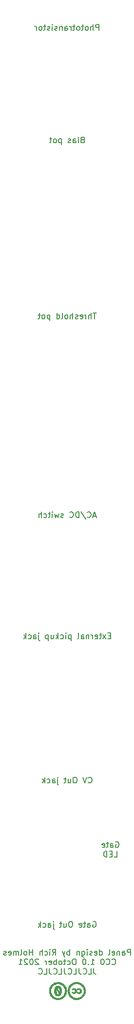
<source format=gbr>
G04 #@! TF.GenerationSoftware,KiCad,Pcbnew,5.1.10-88a1d61d58~90~ubuntu20.04.1*
G04 #@! TF.CreationDate,2021-10-02T17:31:35-04:00*
G04 #@! TF.ProjectId,irinput_panel,6972696e-7075-4745-9f70-616e656c2e6b,rev?*
G04 #@! TF.SameCoordinates,Original*
G04 #@! TF.FileFunction,Legend,Bot*
G04 #@! TF.FilePolarity,Positive*
%FSLAX46Y46*%
G04 Gerber Fmt 4.6, Leading zero omitted, Abs format (unit mm)*
G04 Created by KiCad (PCBNEW 5.1.10-88a1d61d58~90~ubuntu20.04.1) date 2021-10-02 17:31:35*
%MOMM*%
%LPD*%
G01*
G04 APERTURE LIST*
%ADD10C,0.150000*%
%ADD11C,0.010000*%
G04 APERTURE END LIST*
D10*
X37004761Y-176775000D02*
X37100000Y-176727380D01*
X37242857Y-176727380D01*
X37385714Y-176775000D01*
X37480952Y-176870238D01*
X37528571Y-176965476D01*
X37576190Y-177155952D01*
X37576190Y-177298809D01*
X37528571Y-177489285D01*
X37480952Y-177584523D01*
X37385714Y-177679761D01*
X37242857Y-177727380D01*
X37147619Y-177727380D01*
X37004761Y-177679761D01*
X36957142Y-177632142D01*
X36957142Y-177298809D01*
X37147619Y-177298809D01*
X36100000Y-177727380D02*
X36100000Y-177203571D01*
X36147619Y-177108333D01*
X36242857Y-177060714D01*
X36433333Y-177060714D01*
X36528571Y-177108333D01*
X36100000Y-177679761D02*
X36195238Y-177727380D01*
X36433333Y-177727380D01*
X36528571Y-177679761D01*
X36576190Y-177584523D01*
X36576190Y-177489285D01*
X36528571Y-177394047D01*
X36433333Y-177346428D01*
X36195238Y-177346428D01*
X36100000Y-177298809D01*
X35766666Y-177060714D02*
X35385714Y-177060714D01*
X35623809Y-176727380D02*
X35623809Y-177584523D01*
X35576190Y-177679761D01*
X35480952Y-177727380D01*
X35385714Y-177727380D01*
X34671428Y-177679761D02*
X34766666Y-177727380D01*
X34957142Y-177727380D01*
X35052380Y-177679761D01*
X35100000Y-177584523D01*
X35100000Y-177203571D01*
X35052380Y-177108333D01*
X34957142Y-177060714D01*
X34766666Y-177060714D01*
X34671428Y-177108333D01*
X34623809Y-177203571D01*
X34623809Y-177298809D01*
X35100000Y-177394047D01*
X36742857Y-179377380D02*
X37219047Y-179377380D01*
X37219047Y-178377380D01*
X36409523Y-178853571D02*
X36076190Y-178853571D01*
X35933333Y-179377380D02*
X36409523Y-179377380D01*
X36409523Y-178377380D01*
X35933333Y-178377380D01*
X35504761Y-179377380D02*
X35504761Y-178377380D01*
X35266666Y-178377380D01*
X35123809Y-178425000D01*
X35028571Y-178520238D01*
X34980952Y-178615476D01*
X34933333Y-178805952D01*
X34933333Y-178948809D01*
X34980952Y-179139285D01*
X35028571Y-179234523D01*
X35123809Y-179329761D01*
X35266666Y-179377380D01*
X35504761Y-179377380D01*
X33052380Y-190600000D02*
X33147619Y-190552380D01*
X33290476Y-190552380D01*
X33433333Y-190600000D01*
X33528571Y-190695238D01*
X33576190Y-190790476D01*
X33623809Y-190980952D01*
X33623809Y-191123809D01*
X33576190Y-191314285D01*
X33528571Y-191409523D01*
X33433333Y-191504761D01*
X33290476Y-191552380D01*
X33195238Y-191552380D01*
X33052380Y-191504761D01*
X33004761Y-191457142D01*
X33004761Y-191123809D01*
X33195238Y-191123809D01*
X32147619Y-191552380D02*
X32147619Y-191028571D01*
X32195238Y-190933333D01*
X32290476Y-190885714D01*
X32480952Y-190885714D01*
X32576190Y-190933333D01*
X32147619Y-191504761D02*
X32242857Y-191552380D01*
X32480952Y-191552380D01*
X32576190Y-191504761D01*
X32623809Y-191409523D01*
X32623809Y-191314285D01*
X32576190Y-191219047D01*
X32480952Y-191171428D01*
X32242857Y-191171428D01*
X32147619Y-191123809D01*
X31814285Y-190885714D02*
X31433333Y-190885714D01*
X31671428Y-190552380D02*
X31671428Y-191409523D01*
X31623809Y-191504761D01*
X31528571Y-191552380D01*
X31433333Y-191552380D01*
X30719047Y-191504761D02*
X30814285Y-191552380D01*
X31004761Y-191552380D01*
X31100000Y-191504761D01*
X31147619Y-191409523D01*
X31147619Y-191028571D01*
X31100000Y-190933333D01*
X31004761Y-190885714D01*
X30814285Y-190885714D01*
X30719047Y-190933333D01*
X30671428Y-191028571D01*
X30671428Y-191123809D01*
X31147619Y-191219047D01*
X29290476Y-190552380D02*
X29100000Y-190552380D01*
X29004761Y-190600000D01*
X28909523Y-190695238D01*
X28861904Y-190885714D01*
X28861904Y-191219047D01*
X28909523Y-191409523D01*
X29004761Y-191504761D01*
X29100000Y-191552380D01*
X29290476Y-191552380D01*
X29385714Y-191504761D01*
X29480952Y-191409523D01*
X29528571Y-191219047D01*
X29528571Y-190885714D01*
X29480952Y-190695238D01*
X29385714Y-190600000D01*
X29290476Y-190552380D01*
X28004761Y-190885714D02*
X28004761Y-191552380D01*
X28433333Y-190885714D02*
X28433333Y-191409523D01*
X28385714Y-191504761D01*
X28290476Y-191552380D01*
X28147619Y-191552380D01*
X28052380Y-191504761D01*
X28004761Y-191457142D01*
X27671428Y-190885714D02*
X27290476Y-190885714D01*
X27528571Y-190552380D02*
X27528571Y-191409523D01*
X27480952Y-191504761D01*
X27385714Y-191552380D01*
X27290476Y-191552380D01*
X26195238Y-190885714D02*
X26195238Y-191742857D01*
X26242857Y-191838095D01*
X26338095Y-191885714D01*
X26385714Y-191885714D01*
X26195238Y-190552380D02*
X26242857Y-190600000D01*
X26195238Y-190647619D01*
X26147619Y-190600000D01*
X26195238Y-190552380D01*
X26195238Y-190647619D01*
X25290476Y-191552380D02*
X25290476Y-191028571D01*
X25338095Y-190933333D01*
X25433333Y-190885714D01*
X25623809Y-190885714D01*
X25719047Y-190933333D01*
X25290476Y-191504761D02*
X25385714Y-191552380D01*
X25623809Y-191552380D01*
X25719047Y-191504761D01*
X25766666Y-191409523D01*
X25766666Y-191314285D01*
X25719047Y-191219047D01*
X25623809Y-191171428D01*
X25385714Y-191171428D01*
X25290476Y-191123809D01*
X24385714Y-191504761D02*
X24480952Y-191552380D01*
X24671428Y-191552380D01*
X24766666Y-191504761D01*
X24814285Y-191457142D01*
X24861904Y-191361904D01*
X24861904Y-191076190D01*
X24814285Y-190980952D01*
X24766666Y-190933333D01*
X24671428Y-190885714D01*
X24480952Y-190885714D01*
X24385714Y-190933333D01*
X23957142Y-191552380D02*
X23957142Y-190552380D01*
X23861904Y-191171428D02*
X23576190Y-191552380D01*
X23576190Y-190885714D02*
X23957142Y-191266666D01*
X32266666Y-166457142D02*
X32314285Y-166504761D01*
X32457142Y-166552380D01*
X32552380Y-166552380D01*
X32695238Y-166504761D01*
X32790476Y-166409523D01*
X32838095Y-166314285D01*
X32885714Y-166123809D01*
X32885714Y-165980952D01*
X32838095Y-165790476D01*
X32790476Y-165695238D01*
X32695238Y-165600000D01*
X32552380Y-165552380D01*
X32457142Y-165552380D01*
X32314285Y-165600000D01*
X32266666Y-165647619D01*
X31980952Y-165552380D02*
X31647619Y-166552380D01*
X31314285Y-165552380D01*
X30028571Y-165552380D02*
X29838095Y-165552380D01*
X29742857Y-165600000D01*
X29647619Y-165695238D01*
X29600000Y-165885714D01*
X29600000Y-166219047D01*
X29647619Y-166409523D01*
X29742857Y-166504761D01*
X29838095Y-166552380D01*
X30028571Y-166552380D01*
X30123809Y-166504761D01*
X30219047Y-166409523D01*
X30266666Y-166219047D01*
X30266666Y-165885714D01*
X30219047Y-165695238D01*
X30123809Y-165600000D01*
X30028571Y-165552380D01*
X28742857Y-165885714D02*
X28742857Y-166552380D01*
X29171428Y-165885714D02*
X29171428Y-166409523D01*
X29123809Y-166504761D01*
X29028571Y-166552380D01*
X28885714Y-166552380D01*
X28790476Y-166504761D01*
X28742857Y-166457142D01*
X28409523Y-165885714D02*
X28028571Y-165885714D01*
X28266666Y-165552380D02*
X28266666Y-166409523D01*
X28219047Y-166504761D01*
X28123809Y-166552380D01*
X28028571Y-166552380D01*
X26933333Y-165885714D02*
X26933333Y-166742857D01*
X26980952Y-166838095D01*
X27076190Y-166885714D01*
X27123809Y-166885714D01*
X26933333Y-165552380D02*
X26980952Y-165600000D01*
X26933333Y-165647619D01*
X26885714Y-165600000D01*
X26933333Y-165552380D01*
X26933333Y-165647619D01*
X26028571Y-166552380D02*
X26028571Y-166028571D01*
X26076190Y-165933333D01*
X26171428Y-165885714D01*
X26361904Y-165885714D01*
X26457142Y-165933333D01*
X26028571Y-166504761D02*
X26123809Y-166552380D01*
X26361904Y-166552380D01*
X26457142Y-166504761D01*
X26504761Y-166409523D01*
X26504761Y-166314285D01*
X26457142Y-166219047D01*
X26361904Y-166171428D01*
X26123809Y-166171428D01*
X26028571Y-166123809D01*
X25123809Y-166504761D02*
X25219047Y-166552380D01*
X25409523Y-166552380D01*
X25504761Y-166504761D01*
X25552380Y-166457142D01*
X25600000Y-166361904D01*
X25600000Y-166076190D01*
X25552380Y-165980952D01*
X25504761Y-165933333D01*
X25409523Y-165885714D01*
X25219047Y-165885714D01*
X25123809Y-165933333D01*
X24695238Y-166552380D02*
X24695238Y-165552380D01*
X24600000Y-166171428D02*
X24314285Y-166552380D01*
X24314285Y-165885714D02*
X24695238Y-166266666D01*
X36123809Y-141028571D02*
X35790476Y-141028571D01*
X35647619Y-141552380D02*
X36123809Y-141552380D01*
X36123809Y-140552380D01*
X35647619Y-140552380D01*
X35314285Y-141552380D02*
X34790476Y-140885714D01*
X35314285Y-140885714D02*
X34790476Y-141552380D01*
X34552380Y-140885714D02*
X34171428Y-140885714D01*
X34409523Y-140552380D02*
X34409523Y-141409523D01*
X34361904Y-141504761D01*
X34266666Y-141552380D01*
X34171428Y-141552380D01*
X33457142Y-141504761D02*
X33552380Y-141552380D01*
X33742857Y-141552380D01*
X33838095Y-141504761D01*
X33885714Y-141409523D01*
X33885714Y-141028571D01*
X33838095Y-140933333D01*
X33742857Y-140885714D01*
X33552380Y-140885714D01*
X33457142Y-140933333D01*
X33409523Y-141028571D01*
X33409523Y-141123809D01*
X33885714Y-141219047D01*
X32980952Y-141552380D02*
X32980952Y-140885714D01*
X32980952Y-141076190D02*
X32933333Y-140980952D01*
X32885714Y-140933333D01*
X32790476Y-140885714D01*
X32695238Y-140885714D01*
X32361904Y-140885714D02*
X32361904Y-141552380D01*
X32361904Y-140980952D02*
X32314285Y-140933333D01*
X32219047Y-140885714D01*
X32076190Y-140885714D01*
X31980952Y-140933333D01*
X31933333Y-141028571D01*
X31933333Y-141552380D01*
X31028571Y-141552380D02*
X31028571Y-141028571D01*
X31076190Y-140933333D01*
X31171428Y-140885714D01*
X31361904Y-140885714D01*
X31457142Y-140933333D01*
X31028571Y-141504761D02*
X31123809Y-141552380D01*
X31361904Y-141552380D01*
X31457142Y-141504761D01*
X31504761Y-141409523D01*
X31504761Y-141314285D01*
X31457142Y-141219047D01*
X31361904Y-141171428D01*
X31123809Y-141171428D01*
X31028571Y-141123809D01*
X30409523Y-141552380D02*
X30504761Y-141504761D01*
X30552380Y-141409523D01*
X30552380Y-140552380D01*
X29266666Y-140885714D02*
X29266666Y-141885714D01*
X29266666Y-140933333D02*
X29171428Y-140885714D01*
X28980952Y-140885714D01*
X28885714Y-140933333D01*
X28838095Y-140980952D01*
X28790476Y-141076190D01*
X28790476Y-141361904D01*
X28838095Y-141457142D01*
X28885714Y-141504761D01*
X28980952Y-141552380D01*
X29171428Y-141552380D01*
X29266666Y-141504761D01*
X28361904Y-141552380D02*
X28361904Y-140885714D01*
X28361904Y-140552380D02*
X28409523Y-140600000D01*
X28361904Y-140647619D01*
X28314285Y-140600000D01*
X28361904Y-140552380D01*
X28361904Y-140647619D01*
X27457142Y-141504761D02*
X27552380Y-141552380D01*
X27742857Y-141552380D01*
X27838095Y-141504761D01*
X27885714Y-141457142D01*
X27933333Y-141361904D01*
X27933333Y-141076190D01*
X27885714Y-140980952D01*
X27838095Y-140933333D01*
X27742857Y-140885714D01*
X27552380Y-140885714D01*
X27457142Y-140933333D01*
X27028571Y-141552380D02*
X27028571Y-140552380D01*
X26933333Y-141171428D02*
X26647619Y-141552380D01*
X26647619Y-140885714D02*
X27028571Y-141266666D01*
X25790476Y-140885714D02*
X25790476Y-141552380D01*
X26219047Y-140885714D02*
X26219047Y-141409523D01*
X26171428Y-141504761D01*
X26076190Y-141552380D01*
X25933333Y-141552380D01*
X25838095Y-141504761D01*
X25790476Y-141457142D01*
X25314285Y-140885714D02*
X25314285Y-141885714D01*
X25314285Y-140933333D02*
X25219047Y-140885714D01*
X25028571Y-140885714D01*
X24933333Y-140933333D01*
X24885714Y-140980952D01*
X24838095Y-141076190D01*
X24838095Y-141361904D01*
X24885714Y-141457142D01*
X24933333Y-141504761D01*
X25028571Y-141552380D01*
X25219047Y-141552380D01*
X25314285Y-141504761D01*
X23647619Y-140885714D02*
X23647619Y-141742857D01*
X23695238Y-141838095D01*
X23790476Y-141885714D01*
X23838095Y-141885714D01*
X23647619Y-140552380D02*
X23695238Y-140600000D01*
X23647619Y-140647619D01*
X23600000Y-140600000D01*
X23647619Y-140552380D01*
X23647619Y-140647619D01*
X22742857Y-141552380D02*
X22742857Y-141028571D01*
X22790476Y-140933333D01*
X22885714Y-140885714D01*
X23076190Y-140885714D01*
X23171428Y-140933333D01*
X22742857Y-141504761D02*
X22838095Y-141552380D01*
X23076190Y-141552380D01*
X23171428Y-141504761D01*
X23219047Y-141409523D01*
X23219047Y-141314285D01*
X23171428Y-141219047D01*
X23076190Y-141171428D01*
X22838095Y-141171428D01*
X22742857Y-141123809D01*
X21838095Y-141504761D02*
X21933333Y-141552380D01*
X22123809Y-141552380D01*
X22219047Y-141504761D01*
X22266666Y-141457142D01*
X22314285Y-141361904D01*
X22314285Y-141076190D01*
X22266666Y-140980952D01*
X22219047Y-140933333D01*
X22123809Y-140885714D01*
X21933333Y-140885714D01*
X21838095Y-140933333D01*
X21409523Y-141552380D02*
X21409523Y-140552380D01*
X21314285Y-141171428D02*
X21028571Y-141552380D01*
X21028571Y-140885714D02*
X21409523Y-141266666D01*
X33576190Y-120266666D02*
X33100000Y-120266666D01*
X33671428Y-120552380D02*
X33338095Y-119552380D01*
X33004761Y-120552380D01*
X32100000Y-120457142D02*
X32147619Y-120504761D01*
X32290476Y-120552380D01*
X32385714Y-120552380D01*
X32528571Y-120504761D01*
X32623809Y-120409523D01*
X32671428Y-120314285D01*
X32719047Y-120123809D01*
X32719047Y-119980952D01*
X32671428Y-119790476D01*
X32623809Y-119695238D01*
X32528571Y-119600000D01*
X32385714Y-119552380D01*
X32290476Y-119552380D01*
X32147619Y-119600000D01*
X32100000Y-119647619D01*
X30957142Y-119504761D02*
X31814285Y-120790476D01*
X30623809Y-120552380D02*
X30623809Y-119552380D01*
X30385714Y-119552380D01*
X30242857Y-119600000D01*
X30147619Y-119695238D01*
X30100000Y-119790476D01*
X30052380Y-119980952D01*
X30052380Y-120123809D01*
X30100000Y-120314285D01*
X30147619Y-120409523D01*
X30242857Y-120504761D01*
X30385714Y-120552380D01*
X30623809Y-120552380D01*
X29052380Y-120457142D02*
X29100000Y-120504761D01*
X29242857Y-120552380D01*
X29338095Y-120552380D01*
X29480952Y-120504761D01*
X29576190Y-120409523D01*
X29623809Y-120314285D01*
X29671428Y-120123809D01*
X29671428Y-119980952D01*
X29623809Y-119790476D01*
X29576190Y-119695238D01*
X29480952Y-119600000D01*
X29338095Y-119552380D01*
X29242857Y-119552380D01*
X29100000Y-119600000D01*
X29052380Y-119647619D01*
X27909523Y-120504761D02*
X27814285Y-120552380D01*
X27623809Y-120552380D01*
X27528571Y-120504761D01*
X27480952Y-120409523D01*
X27480952Y-120361904D01*
X27528571Y-120266666D01*
X27623809Y-120219047D01*
X27766666Y-120219047D01*
X27861904Y-120171428D01*
X27909523Y-120076190D01*
X27909523Y-120028571D01*
X27861904Y-119933333D01*
X27766666Y-119885714D01*
X27623809Y-119885714D01*
X27528571Y-119933333D01*
X27147619Y-119885714D02*
X26957142Y-120552380D01*
X26766666Y-120076190D01*
X26576190Y-120552380D01*
X26385714Y-119885714D01*
X26004761Y-120552380D02*
X26004761Y-119885714D01*
X26004761Y-119552380D02*
X26052380Y-119600000D01*
X26004761Y-119647619D01*
X25957142Y-119600000D01*
X26004761Y-119552380D01*
X26004761Y-119647619D01*
X25671428Y-119885714D02*
X25290476Y-119885714D01*
X25528571Y-119552380D02*
X25528571Y-120409523D01*
X25480952Y-120504761D01*
X25385714Y-120552380D01*
X25290476Y-120552380D01*
X24528571Y-120504761D02*
X24623809Y-120552380D01*
X24814285Y-120552380D01*
X24909523Y-120504761D01*
X24957142Y-120457142D01*
X25004761Y-120361904D01*
X25004761Y-120076190D01*
X24957142Y-119980952D01*
X24909523Y-119933333D01*
X24814285Y-119885714D01*
X24623809Y-119885714D01*
X24528571Y-119933333D01*
X24100000Y-120552380D02*
X24100000Y-119552380D01*
X23671428Y-120552380D02*
X23671428Y-120028571D01*
X23719047Y-119933333D01*
X23814285Y-119885714D01*
X23957142Y-119885714D01*
X24052380Y-119933333D01*
X24100000Y-119980952D01*
X33671428Y-85052380D02*
X33100000Y-85052380D01*
X33385714Y-86052380D02*
X33385714Y-85052380D01*
X32766666Y-86052380D02*
X32766666Y-85052380D01*
X32338095Y-86052380D02*
X32338095Y-85528571D01*
X32385714Y-85433333D01*
X32480952Y-85385714D01*
X32623809Y-85385714D01*
X32719047Y-85433333D01*
X32766666Y-85480952D01*
X31861904Y-86052380D02*
X31861904Y-85385714D01*
X31861904Y-85576190D02*
X31814285Y-85480952D01*
X31766666Y-85433333D01*
X31671428Y-85385714D01*
X31576190Y-85385714D01*
X30861904Y-86004761D02*
X30957142Y-86052380D01*
X31147619Y-86052380D01*
X31242857Y-86004761D01*
X31290476Y-85909523D01*
X31290476Y-85528571D01*
X31242857Y-85433333D01*
X31147619Y-85385714D01*
X30957142Y-85385714D01*
X30861904Y-85433333D01*
X30814285Y-85528571D01*
X30814285Y-85623809D01*
X31290476Y-85719047D01*
X30433333Y-86004761D02*
X30338095Y-86052380D01*
X30147619Y-86052380D01*
X30052380Y-86004761D01*
X30004761Y-85909523D01*
X30004761Y-85861904D01*
X30052380Y-85766666D01*
X30147619Y-85719047D01*
X30290476Y-85719047D01*
X30385714Y-85671428D01*
X30433333Y-85576190D01*
X30433333Y-85528571D01*
X30385714Y-85433333D01*
X30290476Y-85385714D01*
X30147619Y-85385714D01*
X30052380Y-85433333D01*
X29576190Y-86052380D02*
X29576190Y-85052380D01*
X29147619Y-86052380D02*
X29147619Y-85528571D01*
X29195238Y-85433333D01*
X29290476Y-85385714D01*
X29433333Y-85385714D01*
X29528571Y-85433333D01*
X29576190Y-85480952D01*
X28528571Y-86052380D02*
X28623809Y-86004761D01*
X28671428Y-85957142D01*
X28719047Y-85861904D01*
X28719047Y-85576190D01*
X28671428Y-85480952D01*
X28623809Y-85433333D01*
X28528571Y-85385714D01*
X28385714Y-85385714D01*
X28290476Y-85433333D01*
X28242857Y-85480952D01*
X28195238Y-85576190D01*
X28195238Y-85861904D01*
X28242857Y-85957142D01*
X28290476Y-86004761D01*
X28385714Y-86052380D01*
X28528571Y-86052380D01*
X27623809Y-86052380D02*
X27719047Y-86004761D01*
X27766666Y-85909523D01*
X27766666Y-85052380D01*
X26814285Y-86052380D02*
X26814285Y-85052380D01*
X26814285Y-86004761D02*
X26909523Y-86052380D01*
X27100000Y-86052380D01*
X27195238Y-86004761D01*
X27242857Y-85957142D01*
X27290476Y-85861904D01*
X27290476Y-85576190D01*
X27242857Y-85480952D01*
X27195238Y-85433333D01*
X27100000Y-85385714D01*
X26909523Y-85385714D01*
X26814285Y-85433333D01*
X25576190Y-85385714D02*
X25576190Y-86385714D01*
X25576190Y-85433333D02*
X25480952Y-85385714D01*
X25290476Y-85385714D01*
X25195238Y-85433333D01*
X25147619Y-85480952D01*
X25100000Y-85576190D01*
X25100000Y-85861904D01*
X25147619Y-85957142D01*
X25195238Y-86004761D01*
X25290476Y-86052380D01*
X25480952Y-86052380D01*
X25576190Y-86004761D01*
X24528571Y-86052380D02*
X24623809Y-86004761D01*
X24671428Y-85957142D01*
X24719047Y-85861904D01*
X24719047Y-85576190D01*
X24671428Y-85480952D01*
X24623809Y-85433333D01*
X24528571Y-85385714D01*
X24385714Y-85385714D01*
X24290476Y-85433333D01*
X24242857Y-85480952D01*
X24195238Y-85576190D01*
X24195238Y-85861904D01*
X24242857Y-85957142D01*
X24290476Y-86004761D01*
X24385714Y-86052380D01*
X24528571Y-86052380D01*
X23909523Y-85385714D02*
X23528571Y-85385714D01*
X23766666Y-85052380D02*
X23766666Y-85909523D01*
X23719047Y-86004761D01*
X23623809Y-86052380D01*
X23528571Y-86052380D01*
X31195238Y-55028571D02*
X31052380Y-55076190D01*
X31004761Y-55123809D01*
X30957142Y-55219047D01*
X30957142Y-55361904D01*
X31004761Y-55457142D01*
X31052380Y-55504761D01*
X31147619Y-55552380D01*
X31528571Y-55552380D01*
X31528571Y-54552380D01*
X31195238Y-54552380D01*
X31100000Y-54600000D01*
X31052380Y-54647619D01*
X31004761Y-54742857D01*
X31004761Y-54838095D01*
X31052380Y-54933333D01*
X31100000Y-54980952D01*
X31195238Y-55028571D01*
X31528571Y-55028571D01*
X30528571Y-55552380D02*
X30528571Y-54885714D01*
X30528571Y-54552380D02*
X30576190Y-54600000D01*
X30528571Y-54647619D01*
X30480952Y-54600000D01*
X30528571Y-54552380D01*
X30528571Y-54647619D01*
X29623809Y-55552380D02*
X29623809Y-55028571D01*
X29671428Y-54933333D01*
X29766666Y-54885714D01*
X29957142Y-54885714D01*
X30052380Y-54933333D01*
X29623809Y-55504761D02*
X29719047Y-55552380D01*
X29957142Y-55552380D01*
X30052380Y-55504761D01*
X30100000Y-55409523D01*
X30100000Y-55314285D01*
X30052380Y-55219047D01*
X29957142Y-55171428D01*
X29719047Y-55171428D01*
X29623809Y-55123809D01*
X29195238Y-55504761D02*
X29100000Y-55552380D01*
X28909523Y-55552380D01*
X28814285Y-55504761D01*
X28766666Y-55409523D01*
X28766666Y-55361904D01*
X28814285Y-55266666D01*
X28909523Y-55219047D01*
X29052380Y-55219047D01*
X29147619Y-55171428D01*
X29195238Y-55076190D01*
X29195238Y-55028571D01*
X29147619Y-54933333D01*
X29052380Y-54885714D01*
X28909523Y-54885714D01*
X28814285Y-54933333D01*
X27576190Y-54885714D02*
X27576190Y-55885714D01*
X27576190Y-54933333D02*
X27480952Y-54885714D01*
X27290476Y-54885714D01*
X27195238Y-54933333D01*
X27147619Y-54980952D01*
X27100000Y-55076190D01*
X27100000Y-55361904D01*
X27147619Y-55457142D01*
X27195238Y-55504761D01*
X27290476Y-55552380D01*
X27480952Y-55552380D01*
X27576190Y-55504761D01*
X26528571Y-55552380D02*
X26623809Y-55504761D01*
X26671428Y-55457142D01*
X26719047Y-55361904D01*
X26719047Y-55076190D01*
X26671428Y-54980952D01*
X26623809Y-54933333D01*
X26528571Y-54885714D01*
X26385714Y-54885714D01*
X26290476Y-54933333D01*
X26242857Y-54980952D01*
X26195238Y-55076190D01*
X26195238Y-55361904D01*
X26242857Y-55457142D01*
X26290476Y-55504761D01*
X26385714Y-55552380D01*
X26528571Y-55552380D01*
X25909523Y-54885714D02*
X25528571Y-54885714D01*
X25766666Y-54552380D02*
X25766666Y-55409523D01*
X25719047Y-55504761D01*
X25623809Y-55552380D01*
X25528571Y-55552380D01*
X34100000Y-36052380D02*
X34100000Y-35052380D01*
X33719047Y-35052380D01*
X33623809Y-35100000D01*
X33576190Y-35147619D01*
X33528571Y-35242857D01*
X33528571Y-35385714D01*
X33576190Y-35480952D01*
X33623809Y-35528571D01*
X33719047Y-35576190D01*
X34100000Y-35576190D01*
X33100000Y-36052380D02*
X33100000Y-35052380D01*
X32671428Y-36052380D02*
X32671428Y-35528571D01*
X32719047Y-35433333D01*
X32814285Y-35385714D01*
X32957142Y-35385714D01*
X33052380Y-35433333D01*
X33100000Y-35480952D01*
X32052380Y-36052380D02*
X32147619Y-36004761D01*
X32195238Y-35957142D01*
X32242857Y-35861904D01*
X32242857Y-35576190D01*
X32195238Y-35480952D01*
X32147619Y-35433333D01*
X32052380Y-35385714D01*
X31909523Y-35385714D01*
X31814285Y-35433333D01*
X31766666Y-35480952D01*
X31719047Y-35576190D01*
X31719047Y-35861904D01*
X31766666Y-35957142D01*
X31814285Y-36004761D01*
X31909523Y-36052380D01*
X32052380Y-36052380D01*
X31433333Y-35385714D02*
X31052380Y-35385714D01*
X31290476Y-35052380D02*
X31290476Y-35909523D01*
X31242857Y-36004761D01*
X31147619Y-36052380D01*
X31052380Y-36052380D01*
X30576190Y-36052380D02*
X30671428Y-36004761D01*
X30719047Y-35957142D01*
X30766666Y-35861904D01*
X30766666Y-35576190D01*
X30719047Y-35480952D01*
X30671428Y-35433333D01*
X30576190Y-35385714D01*
X30433333Y-35385714D01*
X30338095Y-35433333D01*
X30290476Y-35480952D01*
X30242857Y-35576190D01*
X30242857Y-35861904D01*
X30290476Y-35957142D01*
X30338095Y-36004761D01*
X30433333Y-36052380D01*
X30576190Y-36052380D01*
X29957142Y-35385714D02*
X29576190Y-35385714D01*
X29814285Y-35052380D02*
X29814285Y-35909523D01*
X29766666Y-36004761D01*
X29671428Y-36052380D01*
X29576190Y-36052380D01*
X29242857Y-36052380D02*
X29242857Y-35385714D01*
X29242857Y-35576190D02*
X29195238Y-35480952D01*
X29147619Y-35433333D01*
X29052380Y-35385714D01*
X28957142Y-35385714D01*
X28195238Y-36052380D02*
X28195238Y-35528571D01*
X28242857Y-35433333D01*
X28338095Y-35385714D01*
X28528571Y-35385714D01*
X28623809Y-35433333D01*
X28195238Y-36004761D02*
X28290476Y-36052380D01*
X28528571Y-36052380D01*
X28623809Y-36004761D01*
X28671428Y-35909523D01*
X28671428Y-35814285D01*
X28623809Y-35719047D01*
X28528571Y-35671428D01*
X28290476Y-35671428D01*
X28195238Y-35623809D01*
X27719047Y-35385714D02*
X27719047Y-36052380D01*
X27719047Y-35480952D02*
X27671428Y-35433333D01*
X27576190Y-35385714D01*
X27433333Y-35385714D01*
X27338095Y-35433333D01*
X27290476Y-35528571D01*
X27290476Y-36052380D01*
X26861904Y-36004761D02*
X26766666Y-36052380D01*
X26576190Y-36052380D01*
X26480952Y-36004761D01*
X26433333Y-35909523D01*
X26433333Y-35861904D01*
X26480952Y-35766666D01*
X26576190Y-35719047D01*
X26719047Y-35719047D01*
X26814285Y-35671428D01*
X26861904Y-35576190D01*
X26861904Y-35528571D01*
X26814285Y-35433333D01*
X26719047Y-35385714D01*
X26576190Y-35385714D01*
X26480952Y-35433333D01*
X26004761Y-36052380D02*
X26004761Y-35385714D01*
X26004761Y-35052380D02*
X26052380Y-35100000D01*
X26004761Y-35147619D01*
X25957142Y-35100000D01*
X26004761Y-35052380D01*
X26004761Y-35147619D01*
X25576190Y-36004761D02*
X25480952Y-36052380D01*
X25290476Y-36052380D01*
X25195238Y-36004761D01*
X25147619Y-35909523D01*
X25147619Y-35861904D01*
X25195238Y-35766666D01*
X25290476Y-35719047D01*
X25433333Y-35719047D01*
X25528571Y-35671428D01*
X25576190Y-35576190D01*
X25576190Y-35528571D01*
X25528571Y-35433333D01*
X25433333Y-35385714D01*
X25290476Y-35385714D01*
X25195238Y-35433333D01*
X24861904Y-35385714D02*
X24480952Y-35385714D01*
X24719047Y-35052380D02*
X24719047Y-35909523D01*
X24671428Y-36004761D01*
X24576190Y-36052380D01*
X24480952Y-36052380D01*
X24004761Y-36052380D02*
X24100000Y-36004761D01*
X24147619Y-35957142D01*
X24195238Y-35861904D01*
X24195238Y-35576190D01*
X24147619Y-35480952D01*
X24100000Y-35433333D01*
X24004761Y-35385714D01*
X23861904Y-35385714D01*
X23766666Y-35433333D01*
X23719047Y-35480952D01*
X23671428Y-35576190D01*
X23671428Y-35861904D01*
X23719047Y-35957142D01*
X23766666Y-36004761D01*
X23861904Y-36052380D01*
X24004761Y-36052380D01*
X23242857Y-36052380D02*
X23242857Y-35385714D01*
X23242857Y-35576190D02*
X23195238Y-35480952D01*
X23147619Y-35433333D01*
X23052380Y-35385714D01*
X22957142Y-35385714D01*
X39600000Y-196402380D02*
X39600000Y-195402380D01*
X39219047Y-195402380D01*
X39123809Y-195450000D01*
X39076190Y-195497619D01*
X39028571Y-195592857D01*
X39028571Y-195735714D01*
X39076190Y-195830952D01*
X39123809Y-195878571D01*
X39219047Y-195926190D01*
X39600000Y-195926190D01*
X38171428Y-196402380D02*
X38171428Y-195878571D01*
X38219047Y-195783333D01*
X38314285Y-195735714D01*
X38504761Y-195735714D01*
X38600000Y-195783333D01*
X38171428Y-196354761D02*
X38266666Y-196402380D01*
X38504761Y-196402380D01*
X38600000Y-196354761D01*
X38647619Y-196259523D01*
X38647619Y-196164285D01*
X38600000Y-196069047D01*
X38504761Y-196021428D01*
X38266666Y-196021428D01*
X38171428Y-195973809D01*
X37695238Y-195735714D02*
X37695238Y-196402380D01*
X37695238Y-195830952D02*
X37647619Y-195783333D01*
X37552380Y-195735714D01*
X37409523Y-195735714D01*
X37314285Y-195783333D01*
X37266666Y-195878571D01*
X37266666Y-196402380D01*
X36409523Y-196354761D02*
X36504761Y-196402380D01*
X36695238Y-196402380D01*
X36790476Y-196354761D01*
X36838095Y-196259523D01*
X36838095Y-195878571D01*
X36790476Y-195783333D01*
X36695238Y-195735714D01*
X36504761Y-195735714D01*
X36409523Y-195783333D01*
X36361904Y-195878571D01*
X36361904Y-195973809D01*
X36838095Y-196069047D01*
X35790476Y-196402380D02*
X35885714Y-196354761D01*
X35933333Y-196259523D01*
X35933333Y-195402380D01*
X34219047Y-196402380D02*
X34219047Y-195402380D01*
X34219047Y-196354761D02*
X34314285Y-196402380D01*
X34504761Y-196402380D01*
X34600000Y-196354761D01*
X34647619Y-196307142D01*
X34695238Y-196211904D01*
X34695238Y-195926190D01*
X34647619Y-195830952D01*
X34600000Y-195783333D01*
X34504761Y-195735714D01*
X34314285Y-195735714D01*
X34219047Y-195783333D01*
X33361904Y-196354761D02*
X33457142Y-196402380D01*
X33647619Y-196402380D01*
X33742857Y-196354761D01*
X33790476Y-196259523D01*
X33790476Y-195878571D01*
X33742857Y-195783333D01*
X33647619Y-195735714D01*
X33457142Y-195735714D01*
X33361904Y-195783333D01*
X33314285Y-195878571D01*
X33314285Y-195973809D01*
X33790476Y-196069047D01*
X32933333Y-196354761D02*
X32838095Y-196402380D01*
X32647619Y-196402380D01*
X32552380Y-196354761D01*
X32504761Y-196259523D01*
X32504761Y-196211904D01*
X32552380Y-196116666D01*
X32647619Y-196069047D01*
X32790476Y-196069047D01*
X32885714Y-196021428D01*
X32933333Y-195926190D01*
X32933333Y-195878571D01*
X32885714Y-195783333D01*
X32790476Y-195735714D01*
X32647619Y-195735714D01*
X32552380Y-195783333D01*
X32076190Y-196402380D02*
X32076190Y-195735714D01*
X32076190Y-195402380D02*
X32123809Y-195450000D01*
X32076190Y-195497619D01*
X32028571Y-195450000D01*
X32076190Y-195402380D01*
X32076190Y-195497619D01*
X31171428Y-195735714D02*
X31171428Y-196545238D01*
X31219047Y-196640476D01*
X31266666Y-196688095D01*
X31361904Y-196735714D01*
X31504761Y-196735714D01*
X31600000Y-196688095D01*
X31171428Y-196354761D02*
X31266666Y-196402380D01*
X31457142Y-196402380D01*
X31552380Y-196354761D01*
X31600000Y-196307142D01*
X31647619Y-196211904D01*
X31647619Y-195926190D01*
X31600000Y-195830952D01*
X31552380Y-195783333D01*
X31457142Y-195735714D01*
X31266666Y-195735714D01*
X31171428Y-195783333D01*
X30695238Y-195735714D02*
X30695238Y-196402380D01*
X30695238Y-195830952D02*
X30647619Y-195783333D01*
X30552380Y-195735714D01*
X30409523Y-195735714D01*
X30314285Y-195783333D01*
X30266666Y-195878571D01*
X30266666Y-196402380D01*
X29028571Y-196402380D02*
X29028571Y-195402380D01*
X29028571Y-195783333D02*
X28933333Y-195735714D01*
X28742857Y-195735714D01*
X28647619Y-195783333D01*
X28600000Y-195830952D01*
X28552380Y-195926190D01*
X28552380Y-196211904D01*
X28600000Y-196307142D01*
X28647619Y-196354761D01*
X28742857Y-196402380D01*
X28933333Y-196402380D01*
X29028571Y-196354761D01*
X28219047Y-195735714D02*
X27980952Y-196402380D01*
X27742857Y-195735714D02*
X27980952Y-196402380D01*
X28076190Y-196640476D01*
X28123809Y-196688095D01*
X28219047Y-196735714D01*
X26028571Y-196402380D02*
X26361904Y-195926190D01*
X26600000Y-196402380D02*
X26600000Y-195402380D01*
X26219047Y-195402380D01*
X26123809Y-195450000D01*
X26076190Y-195497619D01*
X26028571Y-195592857D01*
X26028571Y-195735714D01*
X26076190Y-195830952D01*
X26123809Y-195878571D01*
X26219047Y-195926190D01*
X26600000Y-195926190D01*
X25600000Y-196402380D02*
X25600000Y-195735714D01*
X25600000Y-195402380D02*
X25647619Y-195450000D01*
X25600000Y-195497619D01*
X25552380Y-195450000D01*
X25600000Y-195402380D01*
X25600000Y-195497619D01*
X24695238Y-196354761D02*
X24790476Y-196402380D01*
X24980952Y-196402380D01*
X25076190Y-196354761D01*
X25123809Y-196307142D01*
X25171428Y-196211904D01*
X25171428Y-195926190D01*
X25123809Y-195830952D01*
X25076190Y-195783333D01*
X24980952Y-195735714D01*
X24790476Y-195735714D01*
X24695238Y-195783333D01*
X24266666Y-196402380D02*
X24266666Y-195402380D01*
X23838095Y-196402380D02*
X23838095Y-195878571D01*
X23885714Y-195783333D01*
X23980952Y-195735714D01*
X24123809Y-195735714D01*
X24219047Y-195783333D01*
X24266666Y-195830952D01*
X22600000Y-196402380D02*
X22600000Y-195402380D01*
X22600000Y-195878571D02*
X22028571Y-195878571D01*
X22028571Y-196402380D02*
X22028571Y-195402380D01*
X21409523Y-196402380D02*
X21504761Y-196354761D01*
X21552380Y-196307142D01*
X21600000Y-196211904D01*
X21600000Y-195926190D01*
X21552380Y-195830952D01*
X21504761Y-195783333D01*
X21409523Y-195735714D01*
X21266666Y-195735714D01*
X21171428Y-195783333D01*
X21123809Y-195830952D01*
X21076190Y-195926190D01*
X21076190Y-196211904D01*
X21123809Y-196307142D01*
X21171428Y-196354761D01*
X21266666Y-196402380D01*
X21409523Y-196402380D01*
X20504761Y-196402380D02*
X20600000Y-196354761D01*
X20647619Y-196259523D01*
X20647619Y-195402380D01*
X20123809Y-196402380D02*
X20123809Y-195735714D01*
X20123809Y-195830952D02*
X20076190Y-195783333D01*
X19980952Y-195735714D01*
X19838095Y-195735714D01*
X19742857Y-195783333D01*
X19695238Y-195878571D01*
X19695238Y-196402380D01*
X19695238Y-195878571D02*
X19647619Y-195783333D01*
X19552380Y-195735714D01*
X19409523Y-195735714D01*
X19314285Y-195783333D01*
X19266666Y-195878571D01*
X19266666Y-196402380D01*
X18409523Y-196354761D02*
X18504761Y-196402380D01*
X18695238Y-196402380D01*
X18790476Y-196354761D01*
X18838095Y-196259523D01*
X18838095Y-195878571D01*
X18790476Y-195783333D01*
X18695238Y-195735714D01*
X18504761Y-195735714D01*
X18409523Y-195783333D01*
X18361904Y-195878571D01*
X18361904Y-195973809D01*
X18838095Y-196069047D01*
X17980952Y-196354761D02*
X17885714Y-196402380D01*
X17695238Y-196402380D01*
X17600000Y-196354761D01*
X17552380Y-196259523D01*
X17552380Y-196211904D01*
X17600000Y-196116666D01*
X17695238Y-196069047D01*
X17838095Y-196069047D01*
X17933333Y-196021428D01*
X17980952Y-195926190D01*
X17980952Y-195878571D01*
X17933333Y-195783333D01*
X17838095Y-195735714D01*
X17695238Y-195735714D01*
X17600000Y-195783333D01*
X36385714Y-197957142D02*
X36433333Y-198004761D01*
X36576190Y-198052380D01*
X36671428Y-198052380D01*
X36814285Y-198004761D01*
X36909523Y-197909523D01*
X36957142Y-197814285D01*
X37004761Y-197623809D01*
X37004761Y-197480952D01*
X36957142Y-197290476D01*
X36909523Y-197195238D01*
X36814285Y-197100000D01*
X36671428Y-197052380D01*
X36576190Y-197052380D01*
X36433333Y-197100000D01*
X36385714Y-197147619D01*
X35385714Y-197957142D02*
X35433333Y-198004761D01*
X35576190Y-198052380D01*
X35671428Y-198052380D01*
X35814285Y-198004761D01*
X35909523Y-197909523D01*
X35957142Y-197814285D01*
X36004761Y-197623809D01*
X36004761Y-197480952D01*
X35957142Y-197290476D01*
X35909523Y-197195238D01*
X35814285Y-197100000D01*
X35671428Y-197052380D01*
X35576190Y-197052380D01*
X35433333Y-197100000D01*
X35385714Y-197147619D01*
X34766666Y-197052380D02*
X34671428Y-197052380D01*
X34576190Y-197100000D01*
X34528571Y-197147619D01*
X34480952Y-197242857D01*
X34433333Y-197433333D01*
X34433333Y-197671428D01*
X34480952Y-197861904D01*
X34528571Y-197957142D01*
X34576190Y-198004761D01*
X34671428Y-198052380D01*
X34766666Y-198052380D01*
X34861904Y-198004761D01*
X34909523Y-197957142D01*
X34957142Y-197861904D01*
X35004761Y-197671428D01*
X35004761Y-197433333D01*
X34957142Y-197242857D01*
X34909523Y-197147619D01*
X34861904Y-197100000D01*
X34766666Y-197052380D01*
X32719047Y-198052380D02*
X33290476Y-198052380D01*
X33004761Y-198052380D02*
X33004761Y-197052380D01*
X33100000Y-197195238D01*
X33195238Y-197290476D01*
X33290476Y-197338095D01*
X32290476Y-197957142D02*
X32242857Y-198004761D01*
X32290476Y-198052380D01*
X32338095Y-198004761D01*
X32290476Y-197957142D01*
X32290476Y-198052380D01*
X31623809Y-197052380D02*
X31528571Y-197052380D01*
X31433333Y-197100000D01*
X31385714Y-197147619D01*
X31338095Y-197242857D01*
X31290476Y-197433333D01*
X31290476Y-197671428D01*
X31338095Y-197861904D01*
X31385714Y-197957142D01*
X31433333Y-198004761D01*
X31528571Y-198052380D01*
X31623809Y-198052380D01*
X31719047Y-198004761D01*
X31766666Y-197957142D01*
X31814285Y-197861904D01*
X31861904Y-197671428D01*
X31861904Y-197433333D01*
X31814285Y-197242857D01*
X31766666Y-197147619D01*
X31719047Y-197100000D01*
X31623809Y-197052380D01*
X29909523Y-197052380D02*
X29719047Y-197052380D01*
X29623809Y-197100000D01*
X29528571Y-197195238D01*
X29480952Y-197385714D01*
X29480952Y-197719047D01*
X29528571Y-197909523D01*
X29623809Y-198004761D01*
X29719047Y-198052380D01*
X29909523Y-198052380D01*
X30004761Y-198004761D01*
X30100000Y-197909523D01*
X30147619Y-197719047D01*
X30147619Y-197385714D01*
X30100000Y-197195238D01*
X30004761Y-197100000D01*
X29909523Y-197052380D01*
X28623809Y-198004761D02*
X28719047Y-198052380D01*
X28909523Y-198052380D01*
X29004761Y-198004761D01*
X29052380Y-197957142D01*
X29100000Y-197861904D01*
X29100000Y-197576190D01*
X29052380Y-197480952D01*
X29004761Y-197433333D01*
X28909523Y-197385714D01*
X28719047Y-197385714D01*
X28623809Y-197433333D01*
X28338095Y-197385714D02*
X27957142Y-197385714D01*
X28195238Y-197052380D02*
X28195238Y-197909523D01*
X28147619Y-198004761D01*
X28052380Y-198052380D01*
X27957142Y-198052380D01*
X27480952Y-198052380D02*
X27576190Y-198004761D01*
X27623809Y-197957142D01*
X27671428Y-197861904D01*
X27671428Y-197576190D01*
X27623809Y-197480952D01*
X27576190Y-197433333D01*
X27480952Y-197385714D01*
X27338095Y-197385714D01*
X27242857Y-197433333D01*
X27195238Y-197480952D01*
X27147619Y-197576190D01*
X27147619Y-197861904D01*
X27195238Y-197957142D01*
X27242857Y-198004761D01*
X27338095Y-198052380D01*
X27480952Y-198052380D01*
X26719047Y-198052380D02*
X26719047Y-197052380D01*
X26719047Y-197433333D02*
X26623809Y-197385714D01*
X26433333Y-197385714D01*
X26338095Y-197433333D01*
X26290476Y-197480952D01*
X26242857Y-197576190D01*
X26242857Y-197861904D01*
X26290476Y-197957142D01*
X26338095Y-198004761D01*
X26433333Y-198052380D01*
X26623809Y-198052380D01*
X26719047Y-198004761D01*
X25433333Y-198004761D02*
X25528571Y-198052380D01*
X25719047Y-198052380D01*
X25814285Y-198004761D01*
X25861904Y-197909523D01*
X25861904Y-197528571D01*
X25814285Y-197433333D01*
X25719047Y-197385714D01*
X25528571Y-197385714D01*
X25433333Y-197433333D01*
X25385714Y-197528571D01*
X25385714Y-197623809D01*
X25861904Y-197719047D01*
X24957142Y-198052380D02*
X24957142Y-197385714D01*
X24957142Y-197576190D02*
X24909523Y-197480952D01*
X24861904Y-197433333D01*
X24766666Y-197385714D01*
X24671428Y-197385714D01*
X23623809Y-197147619D02*
X23576190Y-197100000D01*
X23480952Y-197052380D01*
X23242857Y-197052380D01*
X23147619Y-197100000D01*
X23100000Y-197147619D01*
X23052380Y-197242857D01*
X23052380Y-197338095D01*
X23100000Y-197480952D01*
X23671428Y-198052380D01*
X23052380Y-198052380D01*
X22433333Y-197052380D02*
X22338095Y-197052380D01*
X22242857Y-197100000D01*
X22195238Y-197147619D01*
X22147619Y-197242857D01*
X22100000Y-197433333D01*
X22100000Y-197671428D01*
X22147619Y-197861904D01*
X22195238Y-197957142D01*
X22242857Y-198004761D01*
X22338095Y-198052380D01*
X22433333Y-198052380D01*
X22528571Y-198004761D01*
X22576190Y-197957142D01*
X22623809Y-197861904D01*
X22671428Y-197671428D01*
X22671428Y-197433333D01*
X22623809Y-197242857D01*
X22576190Y-197147619D01*
X22528571Y-197100000D01*
X22433333Y-197052380D01*
X21719047Y-197147619D02*
X21671428Y-197100000D01*
X21576190Y-197052380D01*
X21338095Y-197052380D01*
X21242857Y-197100000D01*
X21195238Y-197147619D01*
X21147619Y-197242857D01*
X21147619Y-197338095D01*
X21195238Y-197480952D01*
X21766666Y-198052380D01*
X21147619Y-198052380D01*
X20195238Y-198052380D02*
X20766666Y-198052380D01*
X20480952Y-198052380D02*
X20480952Y-197052380D01*
X20576190Y-197195238D01*
X20671428Y-197290476D01*
X20766666Y-197338095D01*
X33219047Y-198702380D02*
X33219047Y-199416666D01*
X33266666Y-199559523D01*
X33361904Y-199654761D01*
X33504761Y-199702380D01*
X33600000Y-199702380D01*
X32266666Y-199702380D02*
X32742857Y-199702380D01*
X32742857Y-198702380D01*
X31361904Y-199607142D02*
X31409523Y-199654761D01*
X31552380Y-199702380D01*
X31647619Y-199702380D01*
X31790476Y-199654761D01*
X31885714Y-199559523D01*
X31933333Y-199464285D01*
X31980952Y-199273809D01*
X31980952Y-199130952D01*
X31933333Y-198940476D01*
X31885714Y-198845238D01*
X31790476Y-198750000D01*
X31647619Y-198702380D01*
X31552380Y-198702380D01*
X31409523Y-198750000D01*
X31361904Y-198797619D01*
X30647619Y-198702380D02*
X30647619Y-199416666D01*
X30695238Y-199559523D01*
X30790476Y-199654761D01*
X30933333Y-199702380D01*
X31028571Y-199702380D01*
X29695238Y-199702380D02*
X30171428Y-199702380D01*
X30171428Y-198702380D01*
X28790476Y-199607142D02*
X28838095Y-199654761D01*
X28980952Y-199702380D01*
X29076190Y-199702380D01*
X29219047Y-199654761D01*
X29314285Y-199559523D01*
X29361904Y-199464285D01*
X29409523Y-199273809D01*
X29409523Y-199130952D01*
X29361904Y-198940476D01*
X29314285Y-198845238D01*
X29219047Y-198750000D01*
X29076190Y-198702380D01*
X28980952Y-198702380D01*
X28838095Y-198750000D01*
X28790476Y-198797619D01*
X28076190Y-198702380D02*
X28076190Y-199416666D01*
X28123809Y-199559523D01*
X28219047Y-199654761D01*
X28361904Y-199702380D01*
X28457142Y-199702380D01*
X27123809Y-199702380D02*
X27600000Y-199702380D01*
X27600000Y-198702380D01*
X26219047Y-199607142D02*
X26266666Y-199654761D01*
X26409523Y-199702380D01*
X26504761Y-199702380D01*
X26647619Y-199654761D01*
X26742857Y-199559523D01*
X26790476Y-199464285D01*
X26838095Y-199273809D01*
X26838095Y-199130952D01*
X26790476Y-198940476D01*
X26742857Y-198845238D01*
X26647619Y-198750000D01*
X26504761Y-198702380D01*
X26409523Y-198702380D01*
X26266666Y-198750000D01*
X26219047Y-198797619D01*
X25504761Y-198702380D02*
X25504761Y-199416666D01*
X25552380Y-199559523D01*
X25647619Y-199654761D01*
X25790476Y-199702380D01*
X25885714Y-199702380D01*
X24552380Y-199702380D02*
X25028571Y-199702380D01*
X25028571Y-198702380D01*
X23647619Y-199607142D02*
X23695238Y-199654761D01*
X23838095Y-199702380D01*
X23933333Y-199702380D01*
X24076190Y-199654761D01*
X24171428Y-199559523D01*
X24219047Y-199464285D01*
X24266666Y-199273809D01*
X24266666Y-199130952D01*
X24219047Y-198940476D01*
X24171428Y-198845238D01*
X24076190Y-198750000D01*
X23933333Y-198702380D01*
X23838095Y-198702380D01*
X23695238Y-198750000D01*
X23647619Y-198797619D01*
D11*
G36*
X29945762Y-201103295D02*
G01*
X29719275Y-201160725D01*
X29506042Y-201250861D01*
X29309636Y-201371823D01*
X29133628Y-201521729D01*
X28981589Y-201698696D01*
X28857089Y-201900844D01*
X28844249Y-201926541D01*
X28793712Y-202037295D01*
X28756951Y-202138132D01*
X28731999Y-202239067D01*
X28716892Y-202350114D01*
X28709665Y-202481287D01*
X28708257Y-202619538D01*
X28709141Y-202739418D01*
X28711786Y-202829550D01*
X28717274Y-202899255D01*
X28726685Y-202957855D01*
X28741101Y-203014672D01*
X28761488Y-203078692D01*
X28852320Y-203289619D01*
X28976092Y-203485212D01*
X29128345Y-203661404D01*
X29304617Y-203814128D01*
X29500450Y-203939317D01*
X29711382Y-204032904D01*
X29853751Y-204074692D01*
X29976333Y-204096312D01*
X30117661Y-204109844D01*
X30261804Y-204114540D01*
X30392831Y-204109650D01*
X30452036Y-204102835D01*
X30665147Y-204051615D01*
X30874960Y-203965903D01*
X31072932Y-203849928D01*
X31250519Y-203707922D01*
X31251575Y-203706935D01*
X31418861Y-203525473D01*
X31552401Y-203326943D01*
X31651194Y-203114250D01*
X31714239Y-202890302D01*
X31740535Y-202658003D01*
X31737084Y-202586371D01*
X31462601Y-202586371D01*
X31460389Y-202719780D01*
X31448612Y-202838052D01*
X31434995Y-202902846D01*
X31360380Y-203100843D01*
X31253427Y-203285299D01*
X31118836Y-203450554D01*
X30961307Y-203590947D01*
X30785539Y-203700816D01*
X30763640Y-203711586D01*
X30676119Y-203749895D01*
X30586608Y-203783320D01*
X30511196Y-203805990D01*
X30495231Y-203809527D01*
X30427822Y-203822939D01*
X30371304Y-203834585D01*
X30348692Y-203839505D01*
X30299174Y-203844004D01*
X30223233Y-203843264D01*
X30133045Y-203838131D01*
X30040787Y-203829448D01*
X29958637Y-203818062D01*
X29915852Y-203809472D01*
X29745852Y-203752534D01*
X29576986Y-203667240D01*
X29419642Y-203560299D01*
X29284202Y-203438415D01*
X29214407Y-203356457D01*
X29112259Y-203206814D01*
X29039983Y-203065157D01*
X28993839Y-202920154D01*
X28970085Y-202760468D01*
X28964724Y-202600000D01*
X28966764Y-202490885D01*
X28972805Y-202407322D01*
X28984761Y-202335844D01*
X29004547Y-202262980D01*
X29018866Y-202219187D01*
X29109318Y-202010739D01*
X29230477Y-201825634D01*
X29380224Y-201666010D01*
X29556439Y-201534010D01*
X29757005Y-201431773D01*
X29823114Y-201406696D01*
X29934844Y-201378184D01*
X30070736Y-201359903D01*
X30217025Y-201352684D01*
X30359944Y-201357356D01*
X30453669Y-201368657D01*
X30641649Y-201419565D01*
X30821627Y-201505315D01*
X30989038Y-201621826D01*
X31139315Y-201765015D01*
X31267892Y-201930800D01*
X31370203Y-202115098D01*
X31415676Y-202228769D01*
X31439862Y-202327521D01*
X31455631Y-202451170D01*
X31462601Y-202586371D01*
X31737084Y-202586371D01*
X31729080Y-202420259D01*
X31718648Y-202351252D01*
X31660541Y-202118286D01*
X31570059Y-201904919D01*
X31445439Y-201707891D01*
X31284913Y-201523940D01*
X31255132Y-201494885D01*
X31074249Y-201343935D01*
X30883837Y-201229231D01*
X30678478Y-201148158D01*
X30452752Y-201098104D01*
X30424219Y-201094081D01*
X30181934Y-201080453D01*
X29945762Y-201103295D01*
G37*
X29945762Y-201103295D02*
X29719275Y-201160725D01*
X29506042Y-201250861D01*
X29309636Y-201371823D01*
X29133628Y-201521729D01*
X28981589Y-201698696D01*
X28857089Y-201900844D01*
X28844249Y-201926541D01*
X28793712Y-202037295D01*
X28756951Y-202138132D01*
X28731999Y-202239067D01*
X28716892Y-202350114D01*
X28709665Y-202481287D01*
X28708257Y-202619538D01*
X28709141Y-202739418D01*
X28711786Y-202829550D01*
X28717274Y-202899255D01*
X28726685Y-202957855D01*
X28741101Y-203014672D01*
X28761488Y-203078692D01*
X28852320Y-203289619D01*
X28976092Y-203485212D01*
X29128345Y-203661404D01*
X29304617Y-203814128D01*
X29500450Y-203939317D01*
X29711382Y-204032904D01*
X29853751Y-204074692D01*
X29976333Y-204096312D01*
X30117661Y-204109844D01*
X30261804Y-204114540D01*
X30392831Y-204109650D01*
X30452036Y-204102835D01*
X30665147Y-204051615D01*
X30874960Y-203965903D01*
X31072932Y-203849928D01*
X31250519Y-203707922D01*
X31251575Y-203706935D01*
X31418861Y-203525473D01*
X31552401Y-203326943D01*
X31651194Y-203114250D01*
X31714239Y-202890302D01*
X31740535Y-202658003D01*
X31737084Y-202586371D01*
X31462601Y-202586371D01*
X31460389Y-202719780D01*
X31448612Y-202838052D01*
X31434995Y-202902846D01*
X31360380Y-203100843D01*
X31253427Y-203285299D01*
X31118836Y-203450554D01*
X30961307Y-203590947D01*
X30785539Y-203700816D01*
X30763640Y-203711586D01*
X30676119Y-203749895D01*
X30586608Y-203783320D01*
X30511196Y-203805990D01*
X30495231Y-203809527D01*
X30427822Y-203822939D01*
X30371304Y-203834585D01*
X30348692Y-203839505D01*
X30299174Y-203844004D01*
X30223233Y-203843264D01*
X30133045Y-203838131D01*
X30040787Y-203829448D01*
X29958637Y-203818062D01*
X29915852Y-203809472D01*
X29745852Y-203752534D01*
X29576986Y-203667240D01*
X29419642Y-203560299D01*
X29284202Y-203438415D01*
X29214407Y-203356457D01*
X29112259Y-203206814D01*
X29039983Y-203065157D01*
X28993839Y-202920154D01*
X28970085Y-202760468D01*
X28964724Y-202600000D01*
X28966764Y-202490885D01*
X28972805Y-202407322D01*
X28984761Y-202335844D01*
X29004547Y-202262980D01*
X29018866Y-202219187D01*
X29109318Y-202010739D01*
X29230477Y-201825634D01*
X29380224Y-201666010D01*
X29556439Y-201534010D01*
X29757005Y-201431773D01*
X29823114Y-201406696D01*
X29934844Y-201378184D01*
X30070736Y-201359903D01*
X30217025Y-201352684D01*
X30359944Y-201357356D01*
X30453669Y-201368657D01*
X30641649Y-201419565D01*
X30821627Y-201505315D01*
X30989038Y-201621826D01*
X31139315Y-201765015D01*
X31267892Y-201930800D01*
X31370203Y-202115098D01*
X31415676Y-202228769D01*
X31439862Y-202327521D01*
X31455631Y-202451170D01*
X31462601Y-202586371D01*
X31737084Y-202586371D01*
X31729080Y-202420259D01*
X31718648Y-202351252D01*
X31660541Y-202118286D01*
X31570059Y-201904919D01*
X31445439Y-201707891D01*
X31284913Y-201523940D01*
X31255132Y-201494885D01*
X31074249Y-201343935D01*
X30883837Y-201229231D01*
X30678478Y-201148158D01*
X30452752Y-201098104D01*
X30424219Y-201094081D01*
X30181934Y-201080453D01*
X29945762Y-201103295D01*
G36*
X26662551Y-201111587D02*
G01*
X26434872Y-201172319D01*
X26222761Y-201263945D01*
X26152602Y-201303708D01*
X26044068Y-201380779D01*
X25928792Y-201481493D01*
X25817359Y-201595134D01*
X25720353Y-201710982D01*
X25653888Y-201808692D01*
X25554077Y-202014999D01*
X25485850Y-202235241D01*
X25449306Y-202463459D01*
X25444543Y-202693698D01*
X25471660Y-202920000D01*
X25530753Y-203136409D01*
X25621923Y-203336967D01*
X25628497Y-203348509D01*
X25753060Y-203527855D01*
X25908404Y-203691903D01*
X26087535Y-203835367D01*
X26283462Y-203952963D01*
X26489193Y-204039403D01*
X26576363Y-204065024D01*
X26706088Y-204090687D01*
X26851603Y-204107309D01*
X26997718Y-204113928D01*
X27129245Y-204109587D01*
X27182701Y-204103333D01*
X27422036Y-204046757D01*
X27648814Y-203953934D01*
X27858665Y-203826800D01*
X27930318Y-203772122D01*
X28101565Y-203609450D01*
X28241960Y-203426151D01*
X28350979Y-203226239D01*
X28428098Y-203013730D01*
X28472791Y-202792639D01*
X28481016Y-202634606D01*
X28219198Y-202634606D01*
X28194064Y-202845751D01*
X28132679Y-203050690D01*
X28048267Y-203223249D01*
X27985076Y-203313441D01*
X27898995Y-203413314D01*
X27800572Y-203512322D01*
X27700350Y-203599920D01*
X27608876Y-203665561D01*
X27601557Y-203669958D01*
X27403936Y-203764254D01*
X27195157Y-203821992D01*
X26979243Y-203842623D01*
X26760214Y-203825598D01*
X26643253Y-203800863D01*
X26472303Y-203740458D01*
X26302582Y-203651041D01*
X26145288Y-203539843D01*
X26011618Y-203414097D01*
X25972085Y-203367478D01*
X25854299Y-203189023D01*
X25771467Y-202998686D01*
X25722905Y-202800620D01*
X25707932Y-202598975D01*
X25725863Y-202397904D01*
X25776017Y-202201558D01*
X25857710Y-202014089D01*
X25970259Y-201839647D01*
X26112983Y-201682385D01*
X26269918Y-201556741D01*
X26450595Y-201456346D01*
X26647052Y-201388856D01*
X26853455Y-201354622D01*
X27063972Y-201353993D01*
X27272769Y-201387319D01*
X27474013Y-201454950D01*
X27530339Y-201481134D01*
X27674147Y-201570458D01*
X27813615Y-201690242D01*
X27941458Y-201831978D01*
X28050390Y-201987160D01*
X28133123Y-202147282D01*
X28158456Y-202214411D01*
X28207517Y-202422433D01*
X28219198Y-202634606D01*
X28481016Y-202634606D01*
X28484536Y-202566982D01*
X28462808Y-202340772D01*
X28407082Y-202118025D01*
X28316833Y-201902756D01*
X28199584Y-201710151D01*
X28071384Y-201557078D01*
X27917123Y-201416554D01*
X27745551Y-201294696D01*
X27565418Y-201197626D01*
X27385476Y-201131460D01*
X27363914Y-201125788D01*
X27134579Y-201087219D01*
X26898289Y-201082853D01*
X26662551Y-201111587D01*
G37*
X26662551Y-201111587D02*
X26434872Y-201172319D01*
X26222761Y-201263945D01*
X26152602Y-201303708D01*
X26044068Y-201380779D01*
X25928792Y-201481493D01*
X25817359Y-201595134D01*
X25720353Y-201710982D01*
X25653888Y-201808692D01*
X25554077Y-202014999D01*
X25485850Y-202235241D01*
X25449306Y-202463459D01*
X25444543Y-202693698D01*
X25471660Y-202920000D01*
X25530753Y-203136409D01*
X25621923Y-203336967D01*
X25628497Y-203348509D01*
X25753060Y-203527855D01*
X25908404Y-203691903D01*
X26087535Y-203835367D01*
X26283462Y-203952963D01*
X26489193Y-204039403D01*
X26576363Y-204065024D01*
X26706088Y-204090687D01*
X26851603Y-204107309D01*
X26997718Y-204113928D01*
X27129245Y-204109587D01*
X27182701Y-204103333D01*
X27422036Y-204046757D01*
X27648814Y-203953934D01*
X27858665Y-203826800D01*
X27930318Y-203772122D01*
X28101565Y-203609450D01*
X28241960Y-203426151D01*
X28350979Y-203226239D01*
X28428098Y-203013730D01*
X28472791Y-202792639D01*
X28481016Y-202634606D01*
X28219198Y-202634606D01*
X28194064Y-202845751D01*
X28132679Y-203050690D01*
X28048267Y-203223249D01*
X27985076Y-203313441D01*
X27898995Y-203413314D01*
X27800572Y-203512322D01*
X27700350Y-203599920D01*
X27608876Y-203665561D01*
X27601557Y-203669958D01*
X27403936Y-203764254D01*
X27195157Y-203821992D01*
X26979243Y-203842623D01*
X26760214Y-203825598D01*
X26643253Y-203800863D01*
X26472303Y-203740458D01*
X26302582Y-203651041D01*
X26145288Y-203539843D01*
X26011618Y-203414097D01*
X25972085Y-203367478D01*
X25854299Y-203189023D01*
X25771467Y-202998686D01*
X25722905Y-202800620D01*
X25707932Y-202598975D01*
X25725863Y-202397904D01*
X25776017Y-202201558D01*
X25857710Y-202014089D01*
X25970259Y-201839647D01*
X26112983Y-201682385D01*
X26269918Y-201556741D01*
X26450595Y-201456346D01*
X26647052Y-201388856D01*
X26853455Y-201354622D01*
X27063972Y-201353993D01*
X27272769Y-201387319D01*
X27474013Y-201454950D01*
X27530339Y-201481134D01*
X27674147Y-201570458D01*
X27813615Y-201690242D01*
X27941458Y-201831978D01*
X28050390Y-201987160D01*
X28133123Y-202147282D01*
X28158456Y-202214411D01*
X28207517Y-202422433D01*
X28219198Y-202634606D01*
X28481016Y-202634606D01*
X28484536Y-202566982D01*
X28462808Y-202340772D01*
X28407082Y-202118025D01*
X28316833Y-201902756D01*
X28199584Y-201710151D01*
X28071384Y-201557078D01*
X27917123Y-201416554D01*
X27745551Y-201294696D01*
X27565418Y-201197626D01*
X27385476Y-201131460D01*
X27363914Y-201125788D01*
X27134579Y-201087219D01*
X26898289Y-201082853D01*
X26662551Y-201111587D01*
G36*
X30485462Y-202152643D02*
G01*
X30407960Y-202183771D01*
X30334173Y-202230000D01*
X30277964Y-202281844D01*
X30261191Y-202306135D01*
X30254405Y-202330461D01*
X30268257Y-202352581D01*
X30309064Y-202380299D01*
X30331679Y-202393211D01*
X30421809Y-202443585D01*
X30488507Y-202385023D01*
X30560737Y-202338519D01*
X30632889Y-202329439D01*
X30708372Y-202354847D01*
X30762338Y-202399575D01*
X30794410Y-202468778D01*
X30805949Y-202566390D01*
X30804160Y-202631687D01*
X30797588Y-202704710D01*
X30785977Y-202752001D01*
X30764231Y-202786901D01*
X30733179Y-202817499D01*
X30657933Y-202864544D01*
X30581404Y-202872549D01*
X30503904Y-202841518D01*
X30467775Y-202813928D01*
X30399883Y-202754317D01*
X30320557Y-202794786D01*
X30273096Y-202822496D01*
X30244755Y-202845796D01*
X30241231Y-202852736D01*
X30254834Y-202874078D01*
X30290081Y-202911448D01*
X30327998Y-202946592D01*
X30441914Y-203023137D01*
X30565441Y-203062801D01*
X30694244Y-203064942D01*
X30823988Y-203028916D01*
X30838695Y-203022334D01*
X30945027Y-202954034D01*
X31020464Y-202862318D01*
X31065242Y-202746736D01*
X31079597Y-202606835D01*
X31078269Y-202564501D01*
X31068911Y-202474717D01*
X31049251Y-202404936D01*
X31013931Y-202336398D01*
X31012411Y-202333898D01*
X30933280Y-202239869D01*
X30830981Y-202174047D01*
X30711332Y-202138433D01*
X30580151Y-202135030D01*
X30485462Y-202152643D01*
G37*
X30485462Y-202152643D02*
X30407960Y-202183771D01*
X30334173Y-202230000D01*
X30277964Y-202281844D01*
X30261191Y-202306135D01*
X30254405Y-202330461D01*
X30268257Y-202352581D01*
X30309064Y-202380299D01*
X30331679Y-202393211D01*
X30421809Y-202443585D01*
X30488507Y-202385023D01*
X30560737Y-202338519D01*
X30632889Y-202329439D01*
X30708372Y-202354847D01*
X30762338Y-202399575D01*
X30794410Y-202468778D01*
X30805949Y-202566390D01*
X30804160Y-202631687D01*
X30797588Y-202704710D01*
X30785977Y-202752001D01*
X30764231Y-202786901D01*
X30733179Y-202817499D01*
X30657933Y-202864544D01*
X30581404Y-202872549D01*
X30503904Y-202841518D01*
X30467775Y-202813928D01*
X30399883Y-202754317D01*
X30320557Y-202794786D01*
X30273096Y-202822496D01*
X30244755Y-202845796D01*
X30241231Y-202852736D01*
X30254834Y-202874078D01*
X30290081Y-202911448D01*
X30327998Y-202946592D01*
X30441914Y-203023137D01*
X30565441Y-203062801D01*
X30694244Y-203064942D01*
X30823988Y-203028916D01*
X30838695Y-203022334D01*
X30945027Y-202954034D01*
X31020464Y-202862318D01*
X31065242Y-202746736D01*
X31079597Y-202606835D01*
X31078269Y-202564501D01*
X31068911Y-202474717D01*
X31049251Y-202404936D01*
X31013931Y-202336398D01*
X31012411Y-202333898D01*
X30933280Y-202239869D01*
X30830981Y-202174047D01*
X30711332Y-202138433D01*
X30580151Y-202135030D01*
X30485462Y-202152643D01*
G36*
X29610240Y-202151947D02*
G01*
X29508378Y-202191970D01*
X29425953Y-202250711D01*
X29379557Y-202310874D01*
X29375227Y-202334377D01*
X29393686Y-202358572D01*
X29440859Y-202390489D01*
X29452388Y-202397323D01*
X29506758Y-202427060D01*
X29538765Y-202436991D01*
X29558361Y-202429280D01*
X29564922Y-202421783D01*
X29613678Y-202375036D01*
X29673913Y-202339854D01*
X29726890Y-202326461D01*
X29808245Y-202343534D01*
X29870310Y-202392865D01*
X29910986Y-202471618D01*
X29928177Y-202576958D01*
X29928616Y-202599038D01*
X29915565Y-202704520D01*
X29879697Y-202787197D01*
X29825937Y-202843996D01*
X29759213Y-202871845D01*
X29684451Y-202867673D01*
X29606578Y-202828406D01*
X29586663Y-202812275D01*
X29516888Y-202751013D01*
X29439444Y-202785935D01*
X29392090Y-202812301D01*
X29364706Y-202837249D01*
X29362000Y-202844709D01*
X29377365Y-202876272D01*
X29417095Y-202919399D01*
X29471639Y-202966241D01*
X29531448Y-203008947D01*
X29586973Y-203039670D01*
X29609070Y-203047792D01*
X29748419Y-203068493D01*
X29880352Y-203050937D01*
X29963723Y-203018395D01*
X30067214Y-202946141D01*
X30142881Y-202848191D01*
X30188536Y-202728345D01*
X30202154Y-202604694D01*
X30185124Y-202473486D01*
X30136905Y-202354228D01*
X30061800Y-202254078D01*
X29964117Y-202180196D01*
X29939475Y-202167928D01*
X29835087Y-202137553D01*
X29722242Y-202133017D01*
X29610240Y-202151947D01*
G37*
X29610240Y-202151947D02*
X29508378Y-202191970D01*
X29425953Y-202250711D01*
X29379557Y-202310874D01*
X29375227Y-202334377D01*
X29393686Y-202358572D01*
X29440859Y-202390489D01*
X29452388Y-202397323D01*
X29506758Y-202427060D01*
X29538765Y-202436991D01*
X29558361Y-202429280D01*
X29564922Y-202421783D01*
X29613678Y-202375036D01*
X29673913Y-202339854D01*
X29726890Y-202326461D01*
X29808245Y-202343534D01*
X29870310Y-202392865D01*
X29910986Y-202471618D01*
X29928177Y-202576958D01*
X29928616Y-202599038D01*
X29915565Y-202704520D01*
X29879697Y-202787197D01*
X29825937Y-202843996D01*
X29759213Y-202871845D01*
X29684451Y-202867673D01*
X29606578Y-202828406D01*
X29586663Y-202812275D01*
X29516888Y-202751013D01*
X29439444Y-202785935D01*
X29392090Y-202812301D01*
X29364706Y-202837249D01*
X29362000Y-202844709D01*
X29377365Y-202876272D01*
X29417095Y-202919399D01*
X29471639Y-202966241D01*
X29531448Y-203008947D01*
X29586973Y-203039670D01*
X29609070Y-203047792D01*
X29748419Y-203068493D01*
X29880352Y-203050937D01*
X29963723Y-203018395D01*
X30067214Y-202946141D01*
X30142881Y-202848191D01*
X30188536Y-202728345D01*
X30202154Y-202604694D01*
X30185124Y-202473486D01*
X30136905Y-202354228D01*
X30061800Y-202254078D01*
X29964117Y-202180196D01*
X29939475Y-202167928D01*
X29835087Y-202137553D01*
X29722242Y-202133017D01*
X29610240Y-202151947D01*
G36*
X26881189Y-201733741D02*
G01*
X26816567Y-201741437D01*
X26758500Y-201759197D01*
X26699562Y-201785884D01*
X26584604Y-201861996D01*
X26492347Y-201966970D01*
X26422002Y-202102151D01*
X26372779Y-202268883D01*
X26354570Y-202373464D01*
X26338268Y-202527178D01*
X26336482Y-202663482D01*
X26349484Y-202801356D01*
X26361779Y-202877732D01*
X26406600Y-203051964D01*
X26473289Y-203198191D01*
X26560509Y-203314342D01*
X26666924Y-203398346D01*
X26712792Y-203421706D01*
X26805941Y-203450276D01*
X26918276Y-203466619D01*
X27031329Y-203468967D01*
X27109283Y-203459705D01*
X27184600Y-203439781D01*
X27246195Y-203411095D01*
X27309094Y-203365485D01*
X27352785Y-203327434D01*
X27442941Y-203222255D01*
X27510807Y-203089080D01*
X27521390Y-203051694D01*
X27115077Y-203051694D01*
X27098366Y-203098731D01*
X27054685Y-203130658D01*
X26993708Y-203145931D01*
X26925111Y-203143004D01*
X26858571Y-203120334D01*
X26825245Y-203097962D01*
X26783099Y-203048793D01*
X26745795Y-202982909D01*
X26735151Y-202956308D01*
X26715890Y-202877223D01*
X26701250Y-202773359D01*
X26692197Y-202658843D01*
X26689697Y-202547802D01*
X26694716Y-202454362D01*
X26698892Y-202425889D01*
X26715027Y-202339702D01*
X26915052Y-202683738D01*
X26975656Y-202789104D01*
X27028881Y-202883798D01*
X27071760Y-202962368D01*
X27101331Y-203019360D01*
X27114629Y-203049321D01*
X27115077Y-203051694D01*
X27521390Y-203051694D01*
X27556836Y-202926483D01*
X27581480Y-202733041D01*
X27584805Y-202634984D01*
X27238146Y-202634984D01*
X27236185Y-202695716D01*
X27234167Y-202741666D01*
X27231418Y-202774212D01*
X27225578Y-202790645D01*
X27214288Y-202788254D01*
X27195189Y-202764330D01*
X27165921Y-202716164D01*
X27124124Y-202641045D01*
X27067438Y-202536263D01*
X27018921Y-202446196D01*
X26959859Y-202335619D01*
X26917835Y-202253656D01*
X26890655Y-202194906D01*
X26876125Y-202153967D01*
X26872053Y-202125434D01*
X26876246Y-202103908D01*
X26878145Y-202099389D01*
X26914080Y-202063197D01*
X26972173Y-202052645D01*
X27044564Y-202068352D01*
X27078683Y-202083617D01*
X27135785Y-202134136D01*
X27181276Y-202218397D01*
X27214163Y-202332535D01*
X27233451Y-202472686D01*
X27238146Y-202634984D01*
X27584805Y-202634984D01*
X27586238Y-202592731D01*
X27575312Y-202379678D01*
X27540721Y-202197138D01*
X27482214Y-202044339D01*
X27399538Y-201920506D01*
X27351492Y-201871396D01*
X27266009Y-201804584D01*
X27179519Y-201762242D01*
X27079434Y-201739819D01*
X26968539Y-201732925D01*
X26881189Y-201733741D01*
G37*
X26881189Y-201733741D02*
X26816567Y-201741437D01*
X26758500Y-201759197D01*
X26699562Y-201785884D01*
X26584604Y-201861996D01*
X26492347Y-201966970D01*
X26422002Y-202102151D01*
X26372779Y-202268883D01*
X26354570Y-202373464D01*
X26338268Y-202527178D01*
X26336482Y-202663482D01*
X26349484Y-202801356D01*
X26361779Y-202877732D01*
X26406600Y-203051964D01*
X26473289Y-203198191D01*
X26560509Y-203314342D01*
X26666924Y-203398346D01*
X26712792Y-203421706D01*
X26805941Y-203450276D01*
X26918276Y-203466619D01*
X27031329Y-203468967D01*
X27109283Y-203459705D01*
X27184600Y-203439781D01*
X27246195Y-203411095D01*
X27309094Y-203365485D01*
X27352785Y-203327434D01*
X27442941Y-203222255D01*
X27510807Y-203089080D01*
X27521390Y-203051694D01*
X27115077Y-203051694D01*
X27098366Y-203098731D01*
X27054685Y-203130658D01*
X26993708Y-203145931D01*
X26925111Y-203143004D01*
X26858571Y-203120334D01*
X26825245Y-203097962D01*
X26783099Y-203048793D01*
X26745795Y-202982909D01*
X26735151Y-202956308D01*
X26715890Y-202877223D01*
X26701250Y-202773359D01*
X26692197Y-202658843D01*
X26689697Y-202547802D01*
X26694716Y-202454362D01*
X26698892Y-202425889D01*
X26715027Y-202339702D01*
X26915052Y-202683738D01*
X26975656Y-202789104D01*
X27028881Y-202883798D01*
X27071760Y-202962368D01*
X27101331Y-203019360D01*
X27114629Y-203049321D01*
X27115077Y-203051694D01*
X27521390Y-203051694D01*
X27556836Y-202926483D01*
X27581480Y-202733041D01*
X27584805Y-202634984D01*
X27238146Y-202634984D01*
X27236185Y-202695716D01*
X27234167Y-202741666D01*
X27231418Y-202774212D01*
X27225578Y-202790645D01*
X27214288Y-202788254D01*
X27195189Y-202764330D01*
X27165921Y-202716164D01*
X27124124Y-202641045D01*
X27067438Y-202536263D01*
X27018921Y-202446196D01*
X26959859Y-202335619D01*
X26917835Y-202253656D01*
X26890655Y-202194906D01*
X26876125Y-202153967D01*
X26872053Y-202125434D01*
X26876246Y-202103908D01*
X26878145Y-202099389D01*
X26914080Y-202063197D01*
X26972173Y-202052645D01*
X27044564Y-202068352D01*
X27078683Y-202083617D01*
X27135785Y-202134136D01*
X27181276Y-202218397D01*
X27214163Y-202332535D01*
X27233451Y-202472686D01*
X27238146Y-202634984D01*
X27584805Y-202634984D01*
X27586238Y-202592731D01*
X27575312Y-202379678D01*
X27540721Y-202197138D01*
X27482214Y-202044339D01*
X27399538Y-201920506D01*
X27351492Y-201871396D01*
X27266009Y-201804584D01*
X27179519Y-201762242D01*
X27079434Y-201739819D01*
X26968539Y-201732925D01*
X26881189Y-201733741D01*
M02*

</source>
